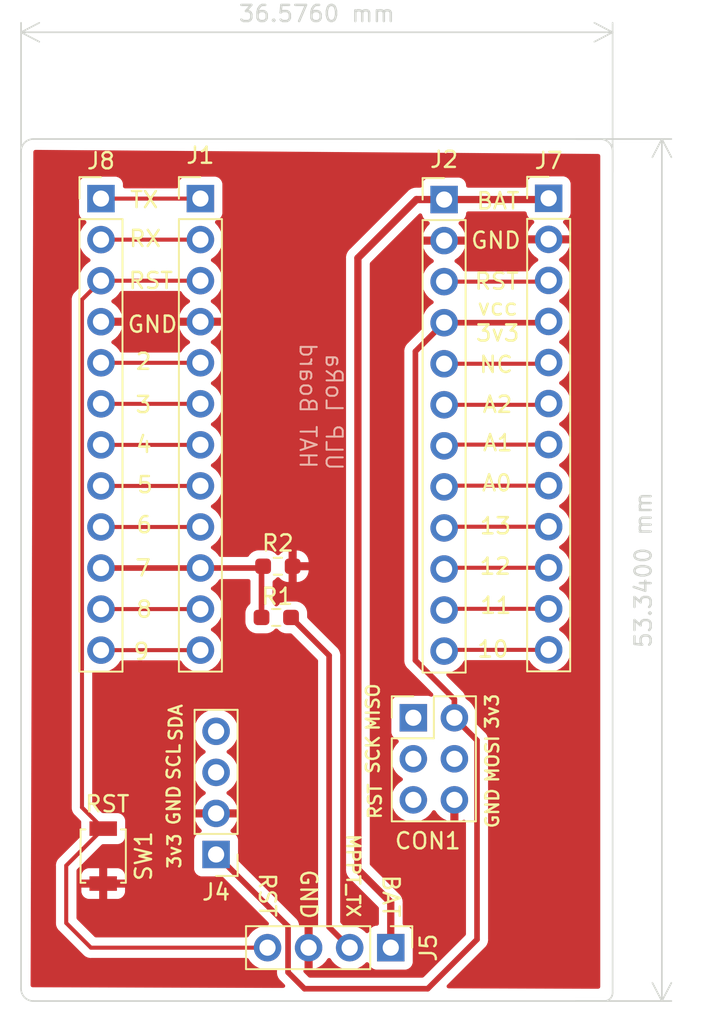
<source format=kicad_pcb>
(kicad_pcb (version 20221018) (generator pcbnew)
  (layers (0 "F.Cu" signal) (31 "B.Cu" signal) (34 "B.Paste" user) (35 "F.Paste" user) (36 "B.SilkS" user "B.Silkscreen") (37 "F.SilkS" user "F.Silkscreen") (38 "B.Mask" user) (39 "F.Mask" user) (44 "Edge.Cuts" user))
  (net 0 "")
  (net 1 "GND")
  (net 2 "/7")
  (net 3 "/BAT")
  (net 4 "/VCC")
  (net 5 "/MPPT_TX")
  (net 12 "Net-(J1-Pin_1)")
  (net 13 "Net-(J1-Pin_2)")
  (net 14 "/RST")
  (net 15 "Net-(J1-Pin_5)")
  (net 16 "Net-(J1-Pin_6)")
  (net 17 "Net-(J1-Pin_7)")
  (net 18 "Net-(J1-Pin_8)")
  (net 19 "Net-(J1-Pin_9)")
  (net 20 "Net-(J1-Pin_11)")
  (net 21 "Net-(J1-Pin_12)")
  (net 22 "Net-(J2-Pin_3)")
  (net 23 "Net-(J2-Pin_5)")
  (net 24 "Net-(J2-Pin_6)")
  (net 25 "Net-(J2-Pin_7)")
  (net 26 "Net-(J2-Pin_8)")
  (net 27 "Net-(J2-Pin_9)")
  (net 28 "Net-(J2-Pin_10)")
  (net 29 "Net-(J2-Pin_11)")
  (net 30 "Net-(J2-Pin_12)")
  (footprint "Connector_PinHeader_2.54mm:PinHeader_1x04_P2.54mm_Vertical" (layer "F.Cu") (at 150.368 113.898 -90)
    (fp_text reference "J5" (at 0 -2.33 90) (layer "F.SilkS"))
    (fp_text value "Conn_01x04")
    (fp_line (start -1.33 -1.33) (end 0 -1.33) (stroke (width 0.12)) (layer "F.SilkS"))
    (fp_line (start -1.33 0) (end -1.33 -1.33) (stroke (width 0.12)) (layer "F.SilkS"))
    (fp_line (start -1.33 1.27) (end -1.33 8.95) (stroke (width 0.12)) (layer "F.SilkS"))
    (fp_line (start -1.33 1.27) (end 1.33 1.27) (stroke (width 0.12)) (layer "F.SilkS"))
    (fp_line (start -1.33 8.95) (end 1.33 8.95) (stroke (width 0.12)) (layer "F.SilkS"))
    (fp_line (start 1.33 1.27) (end 1.33 8.95) (stroke (width 0.12)) (layer "F.SilkS"))
    (pad "1" thru_hole rect (at 0 0 270) (size 1.7 1.7) (drill 1) (layers "*.Cu" "*.Mask") (net 3 "/BAT"))
    (pad "2" thru_hole oval (at 0 2.54 270) (size 1.7 1.7) (drill 1) (layers "*.Cu" "*.Mask") (net 5 "/MPPT_TX"))
    (pad "3" thru_hole oval (at 0 5.08 270) (size 1.7 1.7) (drill 1) (layers "*.Cu" "*.Mask") (net 1 "GND"))
    (pad "4" thru_hole oval (at 0 7.62 270) (size 1.7 1.7) (drill 1) (layers "*.Cu" "*.Mask") (net 14 "/RST"))
  )
  (footprint "Connector_PinHeader_2.54mm:PinHeader_2x03_P2.54mm_Vertical" (layer "F.Cu") (at 151.762929 99.671787)
    (fp_text reference "CON1" (at 0.892158 7.622213) (layer "F.SilkS"))
    (fp_text value "AVR-ISP-6")
    (fp_line (start -1.33 -1.33) (end 0 -1.33) (stroke (width 0.12)) (layer "F.SilkS"))
    (fp_line (start -1.33 0) (end -1.33 -1.33) (stroke (width 0.12)) (layer "F.SilkS"))
    (fp_line (start -1.33 1.27) (end -1.33 6.41) (stroke (width 0.12)) (layer "F.SilkS"))
    (fp_line (start -1.33 1.27) (end 1.27 1.27) (stroke (width 0.12)) (layer "F.SilkS"))
    (fp_line (start -1.33 6.41) (end 3.87 6.41) (stroke (width 0.12)) (layer "F.SilkS"))
    (fp_line (start 1.27 -1.33) (end 3.87 -1.33) (stroke (width 0.12)) (layer "F.SilkS"))
    (fp_line (start 1.27 1.27) (end 1.27 -1.33) (stroke (width 0.12)) (layer "F.SilkS"))
    (fp_line (start 3.87 -1.33) (end 3.87 6.41) (stroke (width 0.12)) (layer "F.SilkS"))
    (pad "1" thru_hole rect (at 0 0) (size 1.7 1.7) (drill 1) (layers "*.Cu" "*.Mask"))
    (pad "2" thru_hole oval (at 2.54 0) (size 1.7 1.7) (drill 1) (layers "*.Cu" "*.Mask") (net 4 "/VCC"))
    (pad "3" thru_hole oval (at 0 2.54) (size 1.7 1.7) (drill 1) (layers "*.Cu" "*.Mask"))
    (pad "4" thru_hole oval (at 2.54 2.54) (size 1.7 1.7) (drill 1) (layers "*.Cu" "*.Mask"))
    (pad "5" thru_hole oval (at 0 5.08) (size 1.7 1.7) (drill 1) (layers "*.Cu" "*.Mask"))
    (pad "6" thru_hole oval (at 2.54 5.08) (size 1.7 1.7) (drill 1) (layers "*.Cu" "*.Mask") (net 1 "GND"))
  )
  (footprint "Connector_PinHeader_2.54mm:PinHeader_1x12_P2.54mm_Vertical" (layer "F.Cu") (at 153.667297 67.605788)
    (fp_text reference "J2" (at 0 -2.478001) (layer "F.SilkS"))
    (fp_text value "Conn_01x12" hide)
    (fp_line (start -1.33 -1.33) (end 0 -1.33) (stroke (width 0.12)) (layer "F.SilkS"))
    (fp_line (start -1.33 0) (end -1.33 -1.33) (stroke (width 0.12)) (layer "F.SilkS"))
    (fp_line (start -1.33 1.27) (end -1.33 29.27) (stroke (width 0.12)) (layer "F.SilkS"))
    (fp_line (start -1.33 1.27) (end 1.33 1.27) (stroke (width 0.12)) (layer "F.SilkS"))
    (fp_line (start -1.33 29.27) (end 1.33 29.27) (stroke (width 0.12)) (layer "F.SilkS"))
    (fp_line (start 1.33 1.27) (end 1.33 29.27) (stroke (width 0.12)) (layer "F.SilkS"))
    (pad "1" thru_hole rect (at 0 0) (size 1.7 1.7) (drill 1) (layers "*.Cu" "*.Mask") (net 3 "/BAT"))
    (pad "2" thru_hole oval (at 0 2.54) (size 1.7 1.7) (drill 1) (layers "*.Cu" "*.Mask") (net 1 "GND"))
    (pad "3" thru_hole oval (at 0 5.08) (size 1.7 1.7) (drill 1) (layers "*.Cu" "*.Mask") (net 22 "Net-(J2-Pin_3)"))
    (pad "4" thru_hole oval (at 0 7.62) (size 1.7 1.7) (drill 1) (layers "*.Cu" "*.Mask") (net 4 "/VCC"))
    (pad "5" thru_hole oval (at 0 10.16) (size 1.7 1.7) (drill 1) (layers "*.Cu" "*.Mask") (net 23 "Net-(J2-Pin_5)"))
    (pad "6" thru_hole oval (at 0 12.7) (size 1.7 1.7) (drill 1) (layers "*.Cu" "*.Mask") (net 24 "Net-(J2-Pin_6)"))
    (pad "7" thru_hole oval (at 0 15.24) (size 1.7 1.7) (drill 1) (layers "*.Cu" "*.Mask") (net 25 "Net-(J2-Pin_7)"))
    (pad "8" thru_hole oval (at 0 17.78) (size 1.7 1.7) (drill 1) (layers "*.Cu" "*.Mask") (net 26 "Net-(J2-Pin_8)"))
    (pad "9" thru_hole oval (at 0 20.32) (size 1.7 1.7) (drill 1) (layers "*.Cu" "*.Mask") (net 27 "Net-(J2-Pin_9)"))
    (pad "10" thru_hole oval (at 0 22.86) (size 1.7 1.7) (drill 1) (layers "*.Cu" "*.Mask") (net 28 "Net-(J2-Pin_10)"))
    (pad "11" thru_hole oval (at 0 25.4) (size 1.7 1.7) (drill 1) (layers "*.Cu" "*.Mask") (net 29 "Net-(J2-Pin_11)"))
    (pad "12" thru_hole oval (at 0 27.94) (size 1.7 1.7) (drill 1) (layers "*.Cu" "*.Mask") (net 30 "Net-(J2-Pin_12)"))
  )
  (footprint "Button_Switch_SMD:SW_SPST_B3U-1000P" (layer "F.Cu") (at 132.588 108.232 -90)
    (fp_text reference "SW1" (at 0 -2.5 90) (layer "F.SilkS"))
    (fp_text value "RESET")
    (fp_line (start -1.65 -1.4) (end 1.65 -1.4) (stroke (width 0.12)) (layer "F.SilkS"))
    (fp_line (start -1.65 -1.1) (end -1.65 -1.4) (stroke (width 0.12)) (layer "F.SilkS"))
    (fp_line (start -1.65 1.1) (end -1.65 1.4) (stroke (width 0.12)) (layer "F.SilkS"))
    (fp_line (start -1.65 1.4) (end 1.65 1.4) (stroke (width 0.12)) (layer "F.SilkS"))
    (fp_line (start 1.65 -1.4) (end 1.65 -1.1) (stroke (width 0.12)) (layer "F.SilkS"))
    (fp_line (start 1.65 1.4) (end 1.65 1.1) (stroke (width 0.12)) (layer "F.SilkS"))
    (pad "1" smd rect (at -1.7 0 270) (size 0.9 1.7) (layers "F.Cu" "F.Paste" "F.Mask") (net 14 "/RST"))
    (pad "2" smd rect (at 1.7 0 270) (size 0.9 1.7) (layers "F.Cu" "F.Paste" "F.Mask") (net 1 "GND"))
  )
  (footprint "Resistor_SMD:R_0603_1608Metric_Pad0.98x0.95mm_HandSolder" (layer "F.Cu") (at 143.388291 90.295409)
    (fp_text reference "R2" (at 0 -1.43) (layer "F.SilkS"))
    (fp_text value "1K")
    (fp_line (start -0.254724 -0.5225) (end 0.254724 -0.5225) (stroke (width 0.12)) (layer "F.SilkS"))
    (fp_line (start -0.254724 0.5225) (end 0.254724 0.5225) (stroke (width 0.12)) (layer "F.SilkS"))
    (pad "1" smd roundrect (at -0.9125 0) (size 0.975 0.95) (layers "F.Cu" "F.Paste" "F.Mask") (net 2 "/7"))
    (pad "2" smd roundrect (at 0.9125 0) (size 0.975 0.95) (layers "F.Cu" "F.Paste" "F.Mask") (net 1 "GND"))
  )
  (footprint "Connector_PinHeader_2.54mm:PinHeader_1x12_P2.54mm_Vertical" (layer "F.Cu") (at 132.450904 67.546774)
    (fp_text reference "J8" (at 0 -2.33) (layer "F.SilkS"))
    (fp_text value "Conn_01x12_Pin")
    (fp_line (start -1.33 -1.33) (end 0 -1.33) (stroke (width 0.12)) (layer "F.SilkS"))
    (fp_line (start -1.33 0) (end -1.33 -1.33) (stroke (width 0.12)) (layer "F.SilkS"))
    (fp_line (start -1.33 1.27) (end -1.33 29.27) (stroke (width 0.12)) (layer "F.SilkS"))
    (fp_line (start -1.33 1.27) (end 1.33 1.27) (stroke (width 0.12)) (layer "F.SilkS"))
    (fp_line (start -1.33 29.27) (end 1.33 29.27) (stroke (width 0.12)) (layer "F.SilkS"))
    (fp_line (start 1.33 1.27) (end 1.33 29.27) (stroke (width 0.12)) (layer "F.SilkS"))
    (pad "1" thru_hole rect (at 0 0) (size 1.7 1.7) (drill 1) (layers "*.Cu" "*.Mask") (net 12 "Net-(J1-Pin_1)"))
    (pad "2" thru_hole oval (at 0 2.54) (size 1.7 1.7) (drill 1) (layers "*.Cu" "*.Mask") (net 13 "Net-(J1-Pin_2)"))
    (pad "3" thru_hole oval (at 0 5.08) (size 1.7 1.7) (drill 1) (layers "*.Cu" "*.Mask") (net 14 "/RST"))
    (pad "4" thru_hole oval (at 0 7.62) (size 1.7 1.7) (drill 1) (layers "*.Cu" "*.Mask") (net 1 "GND"))
    (pad "5" thru_hole oval (at 0 10.16) (size 1.7 1.7) (drill 1) (layers "*.Cu" "*.Mask") (net 15 "Net-(J1-Pin_5)"))
    (pad "6" thru_hole oval (at 0 12.7) (size 1.7 1.7) (drill 1) (layers "*.Cu" "*.Mask") (net 16 "Net-(J1-Pin_6)"))
    (pad "7" thru_hole oval (at 0 15.24) (size 1.7 1.7) (drill 1) (layers "*.Cu" "*.Mask") (net 17 "Net-(J1-Pin_7)"))
    (pad "8" thru_hole oval (at 0 17.78) (size 1.7 1.7) (drill 1) (layers "*.Cu" "*.Mask") (net 18 "Net-(J1-Pin_8)"))
    (pad "9" thru_hole oval (at 0 20.32) (size 1.7 1.7) (drill 1) (layers "*.Cu" "*.Mask") (net 19 "Net-(J1-Pin_9)"))
    (pad "10" thru_hole oval (at 0 22.86) (size 1.7 1.7) (drill 1) (layers "*.Cu" "*.Mask") (net 2 "/7"))
    (pad "11" thru_hole oval (at 0 25.4) (size 1.7 1.7) (drill 1) (layers "*.Cu" "*.Mask") (net 20 "Net-(J1-Pin_11)"))
    (pad "12" thru_hole oval (at 0 27.94) (size 1.7 1.7) (drill 1) (layers "*.Cu" "*.Mask") (net 21 "Net-(J1-Pin_12)"))
  )
  (footprint "Connector_PinHeader_2.54mm:PinHeader_1x12_P2.54mm_Vertical" (layer "F.Cu") (at 160.131044 67.529767)
    (fp_text reference "J7" (at 0 -2.33) (layer "F.SilkS"))
    (fp_text value "Conn_01x12_Pin")
    (fp_line (start -1.33 -1.33) (end 0 -1.33) (stroke (width 0.12)) (layer "F.SilkS"))
    (fp_line (start -1.33 0) (end -1.33 -1.33) (stroke (width 0.12)) (layer "F.SilkS"))
    (fp_line (start -1.33 1.27) (end -1.33 29.27) (stroke (width 0.12)) (layer "F.SilkS"))
    (fp_line (start -1.33 1.27) (end 1.33 1.27) (stroke (width 0.12)) (layer "F.SilkS"))
    (fp_line (start -1.33 29.27) (end 1.33 29.27) (stroke (width 0.12)) (layer "F.SilkS"))
    (fp_line (start 1.33 1.27) (end 1.33 29.27) (stroke (width 0.12)) (layer "F.SilkS"))
    (pad "1" thru_hole rect (at 0 0) (size 1.7 1.7) (drill 1) (layers "*.Cu" "*.Mask") (net 3 "/BAT"))
    (pad "2" thru_hole oval (at 0 2.54) (size 1.7 1.7) (drill 1) (layers "*.Cu" "*.Mask") (net 1 "GND"))
    (pad "3" thru_hole oval (at 0 5.08) (size 1.7 1.7) (drill 1) (layers "*.Cu" "*.Mask") (net 22 "Net-(J2-Pin_3)"))
    (pad "4" thru_hole oval (at 0 7.62) (size 1.7 1.7) (drill 1) (layers "*.Cu" "*.Mask") (net 4 "/VCC"))
    (pad "5" thru_hole oval (at 0 10.16) (size 1.7 1.7) (drill 1) (layers "*.Cu" "*.Mask") (net 23 "Net-(J2-Pin_5)"))
    (pad "6" thru_hole oval (at 0 12.7) (size 1.7 1.7) (drill 1) (layers "*.Cu" "*.Mask") (net 24 "Net-(J2-Pin_6)"))
    (pad "7" thru_hole oval (at 0 15.24) (size 1.7 1.7) (drill 1) (layers "*.Cu" "*.Mask") (net 25 "Net-(J2-Pin_7)"))
    (pad "8" thru_hole oval (at 0 17.78) (size 1.7 1.7) (drill 1) (layers "*.Cu" "*.Mask") (net 26 "Net-(J2-Pin_8)"))
    (pad "9" thru_hole oval (at 0 20.32) (size 1.7 1.7) (drill 1) (layers "*.Cu" "*.Mask") (net 27 "Net-(J2-Pin_9)"))
    (pad "10" thru_hole oval (at 0 22.86) (size 1.7 1.7) (drill 1) (layers "*.Cu" "*.Mask") (net 28 "Net-(J2-Pin_10)"))
    (pad "11" thru_hole oval (at 0 25.4) (size 1.7 1.7) (drill 1) (layers "*.Cu" "*.Mask") (net 29 "Net-(J2-Pin_11)"))
    (pad "12" thru_hole oval (at 0 27.94) (size 1.7 1.7) (drill 1) (layers "*.Cu" "*.Mask") (net 30 "Net-(J2-Pin_12)"))
  )
  (footprint "Connector_PinHeader_2.54mm:PinHeader_1x04_P2.54mm_Vertical" (layer "F.Cu") (at 139.568495 108.130845 180)
    (fp_text reference "J4" (at 0 -2.33) (layer "F.SilkS"))
    (fp_text value "I2C")
    (fp_line (start -1.33 -1.33) (end 0 -1.33) (stroke (width 0.12)) (layer "F.SilkS"))
    (fp_line (start -1.33 0) (end -1.33 -1.33) (stroke (width 0.12)) (layer "F.SilkS"))
    (fp_line (start -1.33 1.27) (end -1.33 8.95) (stroke (width 0.12)) (layer "F.SilkS"))
    (fp_line (start -1.33 1.27) (end 1.33 1.27) (stroke (width 0.12)) (layer "F.SilkS"))
    (fp_line (start -1.33 8.95) (end 1.33 8.95) (stroke (width 0.12)) (layer "F.SilkS"))
    (fp_line (start 1.33 1.27) (end 1.33 8.95) (stroke (width 0.12)) (layer "F.SilkS"))
    (pad "1" thru_hole rect (at 0 0 180) (size 1.7 1.7) (drill 1) (layers "*.Cu" "*.Mask") (net 4 "/VCC"))
    (pad "2" thru_hole oval (at 0 2.54 180) (size 1.7 1.7) (drill 1) (layers "*.Cu" "*.Mask") (net 1 "GND"))
    (pad "3" thru_hole oval (at 0 5.08 180) (size 1.7 1.7) (drill 1) (layers "*.Cu" "*.Mask"))
    (pad "4" thru_hole oval (at 0 7.62 180) (size 1.7 1.7) (drill 1) (layers "*.Cu" "*.Mask"))
  )
  (footprint "Resistor_SMD:R_0603_1608Metric_Pad0.98x0.95mm_HandSolder" (layer "F.Cu") (at 143.289456 93.464106)
    (fp_text reference "R1" (at 0.059109 -1.300405) (layer "F.SilkS"))
    (fp_text value "500ohm")
    (fp_line (start -0.254724 -0.5225) (end 0.254724 -0.5225) (stroke (width 0.12)) (layer "F.SilkS"))
    (fp_line (start -0.254724 0.5225) (end 0.254724 0.5225) (stroke (width 0.12)) (layer "F.SilkS"))
    (pad "1" smd roundrect (at -0.9125 0) (size 0.975 0.95) (layers "F.Cu" "F.Paste" "F.Mask") (net 2 "/7"))
    (pad "2" smd roundrect (at 0.9125 0) (size 0.975 0.95) (layers "F.Cu" "F.Paste" "F.Mask") (net 5 "/MPPT_TX"))
  )
  (footprint "Connector_PinHeader_2.54mm:PinHeader_1x12_P2.54mm_Vertical" (layer "F.Cu") (at 138.598418 67.545362)
    (fp_text reference "J1" (at -0.002777 -2.671575) (layer "F.SilkS"))
    (fp_text value "Conn_01x12" hide)
    (fp_line (start -1.33 -1.33) (end 0 -1.33) (stroke (width 0.12)) (layer "F.SilkS"))
    (fp_line (start -1.33 0) (end -1.33 -1.33) (stroke (width 0.12)) (layer "F.SilkS"))
    (fp_line (start -1.33 1.27) (end -1.33 29.27) (stroke (width 0.12)) (layer "F.SilkS"))
    (fp_line (start -1.33 1.27) (end 1.33 1.27) (stroke (width 0.12)) (layer "F.SilkS"))
    (fp_line (start -1.33 29.27) (end 1.33 29.27) (stroke (width 0.12)) (layer "F.SilkS"))
    (fp_line (start 1.33 1.27) (end 1.33 29.27) (stroke (width 0.12)) (layer "F.SilkS"))
    (pad "1" thru_hole rect (at 0 0) (size 1.7 1.7) (drill 1) (layers "*.Cu" "*.Mask") (net 12 "Net-(J1-Pin_1)"))
    (pad "2" thru_hole oval (at 0 2.54) (size 1.7 1.7) (drill 1) (layers "*.Cu" "*.Mask") (net 13 "Net-(J1-Pin_2)"))
    (pad "3" thru_hole oval (at 0 5.08) (size 1.7 1.7) (drill 1) (layers "*.Cu" "*.Mask") (net 14 "/RST"))
    (pad "4" thru_hole oval (at 0 7.62) (size 1.7 1.7) (drill 1) (layers "*.Cu" "*.Mask") (net 1 "GND"))
    (pad "5" thru_hole oval (at 0 10.16) (size 1.7 1.7) (drill 1) (layers "*.Cu" "*.Mask") (net 15 "Net-(J1-Pin_5)"))
    (pad "6" thru_hole oval (at 0 12.7) (size 1.7 1.7) (drill 1) (layers "*.Cu" "*.Mask") (net 16 "Net-(J1-Pin_6)"))
    (pad "7" thru_hole oval (at 0 15.24) (size 1.7 1.7) (drill 1) (layers "*.Cu" "*.Mask") (net 17 "Net-(J1-Pin_7)"))
    (pad "8" thru_hole oval (at 0 17.78) (size 1.7 1.7) (drill 1) (layers "*.Cu" "*.Mask") (net 18 "Net-(J1-Pin_8)"))
    (pad "9" thru_hole oval (at 0 20.32) (size 1.7 1.7) (drill 1) (layers "*.Cu" "*.Mask") (net 19 "Net-(J1-Pin_9)"))
    (pad "10" thru_hole oval (at 0 22.86) (size 1.7 1.7) (drill 1) (layers "*.Cu" "*.Mask") (net 2 "/7"))
    (pad "11" thru_hole oval (at 0 25.4) (size 1.7 1.7) (drill 1) (layers "*.Cu" "*.Mask") (net 20 "Net-(J1-Pin_11)"))
    (pad "12" thru_hole oval (at 0 27.94) (size 1.7 1.7) (drill 1) (layers "*.Cu" "*.Mask") (net 21 "Net-(J1-Pin_12)"))
  )
  (gr_line (start 164.084 64.622) (end 164.084 116.692) (stroke (width 0.1)) (layer "Edge.Cuts"))
  (gr_arc (start 127.508 64.622) (mid 127.731185 64.083185) (end 128.27 63.86) (stroke (width 0.1)) (layer "Edge.Cuts"))
  (gr_line (start 128.27 63.86) (end 163.322 63.86) (stroke (width 0.1)) (layer "Edge.Cuts"))
  (gr_arc (start 163.322 63.86) (mid 163.860815 64.083185) (end 164.084 64.622) (stroke (width 0.1)) (layer "Edge.Cuts"))
  (gr_line (start 127.508 64.622) (end 127.508 116.438) (stroke (width 0.1)) (layer "Edge.Cuts"))
  (gr_arc (start 164.084 116.692) (mid 163.93521 117.05121) (end 163.576 117.2) (stroke (width 0.1)) (layer "Edge.Cuts"))
  (gr_line (start 163.576 117.2) (end 128.27 117.2) (stroke (width 0.1)) (layer "Edge.Cuts"))
  (gr_arc (start 128.27 117.2) (mid 127.731185 116.976815) (end 127.508 116.438) (stroke (width 0.1)) (layer "Edge.Cuts"))
  (gr_text "ULP LoRa \nHAT Board" (at 146.051087 80.367787 -90) (layer "B.SilkS") (effects (font (size 1 1) (thickness 0.125)) (justify mirror)))
  (gr_text "A1" (at 156.985758 82.664932) (layer "F.SilkS") (effects (font (size 1 1))))
  (gr_text "3v3" (at 157.100087 100.433787 90) (layer "F.SilkS") (effects (font (size 0.8 0.8)) (justify left bottom)))
  (gr_text "SCL" (at 137.415087 103.608787 90) (layer "F.SilkS") (effects (font (size 0.8 0.8)) (justify left bottom)))
  (gr_text "vcc\n3v3" (at 156.97878 75.067784) (layer "F.SilkS") (effects (font (size 1 1))))
  (gr_text "RST" (at 156.922354 72.666278) (layer "F.SilkS") (effects (font (size 1 1))))
  (gr_text "RST" (at 142.732007 110.642859 -90) (layer "F.SilkS") (effects (font (size 1 1))))
  (gr_text "3v3" (at 137.459953 109.078603 90) (layer "F.SilkS") (effects (font (size 0.8 0.8)) (justify left bottom)))
  (gr_text "13" (at 156.842954 87.80295) (layer "F.SilkS") (effects (font (size 1 1))))
  (gr_text "3" (at 135.07408 80.298972) (layer "F.SilkS") (effects (font (size 1 1))))
  (gr_text "RST" (at 135.531908 72.629487) (layer "F.SilkS") (effects (font (size 1 1))))
  (gr_text "MOSI" (at 157.116333 103.76679 90) (layer "F.SilkS") (effects (font (size 0.8 0.8)) (justify left bottom)))
  (gr_text "GND" (at 145.288 110.596 -90) (layer "F.SilkS") (effects (font (size 1 1))))
  (gr_text "RX" (at 135.177338 70.024302) (layer "F.SilkS") (effects (font (size 1 1))))
  (gr_text "GND" (at 137.415087 106.402787 90) (layer "F.SilkS") (effects (font (size 0.8 0.8)) (justify left bottom)))
  (gr_text "BAT" (at 150.380032 110.709362 -90) (layer "F.SilkS") (effects (font (size 1 1))))
  (gr_text "A2" (at 156.970883 80.286329) (layer "F.SilkS") (effects (font (size 1 1))))
  (gr_text "NC" (at 156.882747 77.816241) (layer "F.SilkS") (effects (font (size 1 1))))
  (gr_text "MISO" (at 149.734087 100.560787 90) (layer "F.SilkS") (effects (font (size 0.8 0.8)) (justify left bottom)))
  (gr_text "6" (at 135.128 87.736) (layer "F.SilkS") (effects (font (size 1 1))))
  (gr_text "GND" (at 157.116333 106.588857 90) (layer "F.SilkS") (effects (font (size 0.8 0.8)) (justify left bottom)))
  (gr_text "GND" (at 135.635885 75.32992) (layer "F.SilkS") (effects (font (size 1 1))))
  (gr_text "A0" (at 156.926256 85.14914) (layer "F.SilkS") (effects (font (size 1 1))))
  (gr_text "4" (at 135.101598 82.764594) (layer "F.SilkS") (effects (font (size 1 1))))
  (gr_text "TX" (at 135.127753 67.61943) (layer "F.SilkS") (effects (font (size 1 1))))
  (gr_text "SDA" (at 137.542087 101.195787 90) (layer "F.SilkS") (effects (font (size 0.8 0.8)) (justify left bottom)))
  (gr_text "BAT" (at 156.997704 67.692656) (layer "F.SilkS") (effects (font (size 1 1))))
  (gr_text "5" (at 135.171509 85.25675) (layer "F.SilkS") (effects (font (size 1 1))))
  (gr_text "10" (at 156.687132 95.428144) (layer "F.SilkS") (effects (font (size 1 1))))
  (gr_text "12" (at 156.825103 90.302033) (layer "F.SilkS") (effects (font (size 1 1))))
  (gr_text "SCK" (at 149.734087 103.227787 90) (layer "F.SilkS") (effects (font (size 0.8 0.8)) (justify left bottom)))
  (gr_text "7" (at 135.05764 90.413831) (layer "F.SilkS") (effects (font (size 1 1))))
  (gr_text "9" (at 134.950537 95.576223) (layer "F.SilkS") (effects (font (size 1 1))))
  (gr_text "RST" (at 149.861087 106.021787 90) (layer "F.SilkS") (effects (font (size 0.8 0.8)) (justify left bottom)))
  (gr_text "11" (at 156.865638 92.720804) (layer "F.SilkS") (effects (font (size 1 1))))
  (gr_text "MPPT_TX" (at 147.574 106.786 -90) (layer "F.SilkS") (effects (font (size 0.8 0.8)) (justify left bottom)))
  (gr_text "RST" (at 132.842 105.008) (layer "F.SilkS") (effects (font (size 1 1))))
  (gr_text "2" (at 135.087052 77.624361) (layer "F.SilkS") (effects (font (size 1 1))))
  (gr_text "8" (at 135.121902 92.962896) (layer "F.SilkS") (effects (font (size 1 1))))
  (gr_text "GND" (at 156.86918 70.134617) (layer "F.SilkS") (effects (font (size 1 1))))
  (dimension (type orthogonal) (layer "Edge.Cuts") (pts (xy 161.29 63.86) (xy 161.29 117.2)) (height 5.842) (orientation 1) (gr_text "53.3400 mm" (at 165.982 90.53 90) (layer "Edge.Cuts") (effects (font (size 1 1) (thickness 0.15)))) (format (prefix "") (suffix "") (units 3) (units_format 1) (precision 4)) (style (thickness 0.1) (arrow_length 1.27) (text_position_mode 0) (extension_height 0.58642) (extension_offset 0.5) keep_text_aligned))
  (dimension (type orthogonal) (layer "Edge.Cuts") (pts (xy 127.508 66.4) (xy 164.084 66.4)) (height -9.144) (orientation 0) (gr_text "36.5760 mm" (at 145.796 56.106) (layer "Edge.Cuts") (effects (font (size 1 1) (thickness 0.15)))) (format (prefix "") (suffix "") (units 3) (units_format 1) (precision 4)) (style (thickness 0.1) (arrow_length 1.27) (text_position_mode 0) (extension_height 0.58642) (extension_offset 0.5) keep_text_aligned))
  (segment (start 142.475791 90.295409) (end 142.365838 90.405362) (width 0.25) (layer "F.Cu") (net 2))
  (segment (start 142.475791 90.295409) (end 142.376956 90.394244) (width 0.25) (layer "F.Cu") (net 2))
  (segment (start 138.597006 90.406774) (end 138.598418 90.405362) (width 0.25) (layer "F.Cu") (net 2))
  (segment (start 142.365838 90.405362) (end 138.598418 90.405362) (width 0.35) (layer "F.Cu") (net 2))
  (segment (start 132.450904 90.406774) (end 138.597006 90.406774) (width 0.35) (layer "F.Cu") (net 2))
  (segment (start 142.376956 90.394244) (end 142.376956 93.464106) (width 0.35) (layer "F.Cu") (net 2))
  (segment (start 153.667297 67.605788) (end 160.055023 67.605788) (width 0.45) (layer "F.Cu") (net 3))
  (segment (start 160.055023 67.605788) (end 160.131044 67.529767) (width 0.25) (layer "F.Cu") (net 3))
  (segment (start 148.336 109.072) (end 150.368 111.104) (width 0.45) (layer "F.Cu") (net 3))
  (segment (start 148.336 109.072) (end 148.336 71.226) (width 0.45) (layer "F.Cu") (net 3))
  (segment (start 150.368 111.104) (end 150.368 113.898) (width 0.45) (layer "F.Cu") (net 3))
  (segment (start 148.336 71.226) (end 151.956212 67.605788) (width 0.45) (layer "F.Cu") (net 3))
  (segment (start 151.956212 67.605788) (end 153.667297 67.605788) (width 0.45) (layer "F.Cu") (net 3))
  (segment (start 145.034 116.438) (end 152.654 116.438) (width 0.35) (layer "F.Cu") (net 4))
  (segment (start 155.702 101.070858) (end 154.302929 99.671787) (width 0.35) (layer "F.Cu") (net 4))
  (segment (start 153.667297 75.225788) (end 160.055023 75.225788) (width 0.35) (layer "F.Cu") (net 4))
  (segment (start 151.892 77.001085) (end 153.667297 75.225788) (width 0.35) (layer "F.Cu") (net 4))
  (segment (start 155.702 113.39) (end 155.702 101.070858) (width 0.35) (layer "F.Cu") (net 4))
  (segment (start 154.302929 99.671787) (end 154.302929 98.528929) (width 0.35) (layer "F.Cu") (net 4))
  (segment (start 152.654 116.438) (end 155.702 113.39) (width 0.35) (layer "F.Cu") (net 4))
  (segment (start 144.018 112.58035) (end 144.018 115.422) (width 0.35) (layer "F.Cu") (net 4))
  (segment (start 144.018 115.422) (end 145.034 116.438) (width 0.35) (layer "F.Cu") (net 4))
  (segment (start 151.892 96.118) (end 151.892 77.001085) (width 0.35) (layer "F.Cu") (net 4))
  (segment (start 139.568495 108.130845) (end 144.018 112.58035) (width 0.35) (layer "F.Cu") (net 4))
  (segment (start 154.302929 98.528929) (end 151.892 96.118) (width 0.35) (layer "F.Cu") (net 4))
  (segment (start 160.055023 75.225788) (end 160.131044 75.149767) (width 0.25) (layer "F.Cu") (net 4))
  (segment (start 144.201956 93.464106) (end 146.558 95.82015) (width 0.35) (layer "F.Cu") (net 5))
  (segment (start 146.558 112.628) (end 147.828 113.898) (width 0.35) (layer "F.Cu") (net 5))
  (segment (start 146.558 95.82015) (end 146.558 112.628) (width 0.35) (layer "F.Cu") (net 5))
  (segment (start 132.450904 67.546774) (end 138.597006 67.546774) (width 0.25) (layer "F.Cu") (net 12))
  (segment (start 138.597006 67.546774) (end 138.598418 67.545362) (width 0.25) (layer "F.Cu") (net 12))
  (segment (start 132.450904 70.086774) (end 138.597006 70.086774) (width 0.25) (layer "F.Cu") (net 13))
  (segment (start 138.597006 70.086774) (end 138.598418 70.085362) (width 0.25) (layer "F.Cu") (net 13))
  (segment (start 131.826 113.898) (end 130.302 112.374) (width 0.25) (layer "F.Cu") (net 14))
  (segment (start 131.275904 105.219904) (end 132.588 106.532) (width 0.25) (layer "F.Cu") (net 14))
  (segment (start 130.302 112.374) (end 130.302 108.818) (width 0.25) (layer "F.Cu") (net 14))
  (segment (start 131.275904 73.801774) (end 131.275904 105.219904) (width 0.25) (layer "F.Cu") (net 14))
  (segment (start 132.450904 72.626774) (end 138.597006 72.626774) (width 0.25) (layer "F.Cu") (net 14))
  (segment (start 132.450904 72.626774) (end 131.275904 73.801774) (width 0.25) (layer "F.Cu") (net 14))
  (segment (start 138.597006 72.626774) (end 138.598418 72.625362) (width 0.25) (layer "F.Cu") (net 14))
  (segment (start 130.302 108.818) (end 132.588 106.532) (width 0.25) (layer "F.Cu") (net 14))
  (segment (start 142.748 113.898) (end 131.826 113.898) (width 0.25) (layer "F.Cu") (net 14))
  (segment (start 132.450904 77.706774) (end 138.597006 77.706774) (width 0.25) (layer "F.Cu") (net 15))
  (segment (start 138.597006 77.706774) (end 138.598418 77.705362) (width 0.25) (layer "F.Cu") (net 15))
  (segment (start 138.597006 80.246774) (end 138.598418 80.245362) (width 0.25) (layer "F.Cu") (net 16))
  (segment (start 132.450904 80.246774) (end 138.597006 80.246774) (width 0.25) (layer "F.Cu") (net 16))
  (segment (start 132.450904 82.786774) (end 138.597006 82.786774) (width 0.25) (layer "F.Cu") (net 17))
  (segment (start 138.597006 82.786774) (end 138.598418 82.785362) (width 0.25) (layer "F.Cu") (net 17))
  (segment (start 132.450904 85.326774) (end 138.597006 85.326774) (width 0.25) (layer "F.Cu") (net 18))
  (segment (start 138.597006 85.326774) (end 138.598418 85.325362) (width 0.25) (layer "F.Cu") (net 18))
  (segment (start 132.450904 87.866774) (end 138.597006 87.866774) (width 0.25) (layer "F.Cu") (net 19))
  (segment (start 138.597006 87.866774) (end 138.598418 87.865362) (width 0.25) (layer "F.Cu") (net 19))
  (segment (start 132.450904 92.946774) (end 138.597006 92.946774) (width 0.25) (layer "F.Cu") (net 20))
  (segment (start 138.597006 92.946774) (end 138.598418 92.945362) (width 0.25) (layer "F.Cu") (net 20))
  (segment (start 138.597006 95.486774) (end 138.598418 95.485362) (width 0.25) (layer "F.Cu") (net 21))
  (segment (start 132.450904 95.486774) (end 138.597006 95.486774) (width 0.25) (layer "F.Cu") (net 21))
  (segment (start 153.667297 72.685788) (end 160.055023 72.685788) (width 0.25) (layer "F.Cu") (net 22))
  (segment (start 160.055023 72.685788) (end 160.131044 72.609767) (width 0.25) (layer "F.Cu") (net 22))
  (segment (start 160.055023 77.765788) (end 160.131044 77.689767) (width 0.25) (layer "F.Cu") (net 23))
  (segment (start 153.667297 77.765788) (end 160.055023 77.765788) (width 0.25) (layer "F.Cu") (net 23))
  (segment (start 153.667297 80.305788) (end 160.055023 80.305788) (width 0.25) (layer "F.Cu") (net 24))
  (segment (start 160.055023 80.305788) (end 160.131044 80.229767) (width 0.25) (layer "F.Cu") (net 24))
  (segment (start 160.131044 82.769767) (end 153.743318 82.769767) (width 0.25) (layer "F.Cu") (net 25))
  (segment (start 153.743318 82.769767) (end 153.667297 82.845788) (width 0.25) (layer "F.Cu") (net 25))
  (segment (start 153.743318 85.309767) (end 153.667297 85.385788) (width 0.25) (layer "F.Cu") (net 26))
  (segment (start 160.131044 85.309767) (end 153.743318 85.309767) (width 0.25) (layer "F.Cu") (net 26))
  (segment (start 160.131044 87.849767) (end 153.743318 87.849767) (width 0.25) (layer "F.Cu") (net 27))
  (segment (start 153.743318 87.849767) (end 153.667297 87.925788) (width 0.25) (layer "F.Cu") (net 27))
  (segment (start 153.743318 90.389767) (end 153.667297 90.465788) (width 0.25) (layer "F.Cu") (net 28))
  (segment (start 160.131044 90.389767) (end 153.743318 90.389767) (width 0.25) (layer "F.Cu") (net 28))
  (segment (start 153.743318 92.929767) (end 153.667297 93.005788) (width 0.25) (layer "F.Cu") (net 29))
  (segment (start 160.131044 92.929767) (end 153.743318 92.929767) (width 0.25) (layer "F.Cu") (net 29))
  (segment (start 160.131044 95.469767) (end 153.743318 95.469767) (width 0.25) (layer "F.Cu") (net 30))
  (segment (start 153.743318 95.469767) (end 153.667297 95.545788) (width 0.25) (layer "F.Cu") (net 30))
  (zone (net 1) (net_name "GND") (layer "F.Cu") (connect_pads (clearance 0.508)) (min_thickness 0.25) (fill yes (thermal_gap 0.5) (thermal_bridge_width 0.5))
    (polygon (pts (xy 163.322 64.784271) (xy 163.322 116.439971) (xy 128.096533 116.348897) (xy 128.268875 64.530264)))
  )
)
</source>
